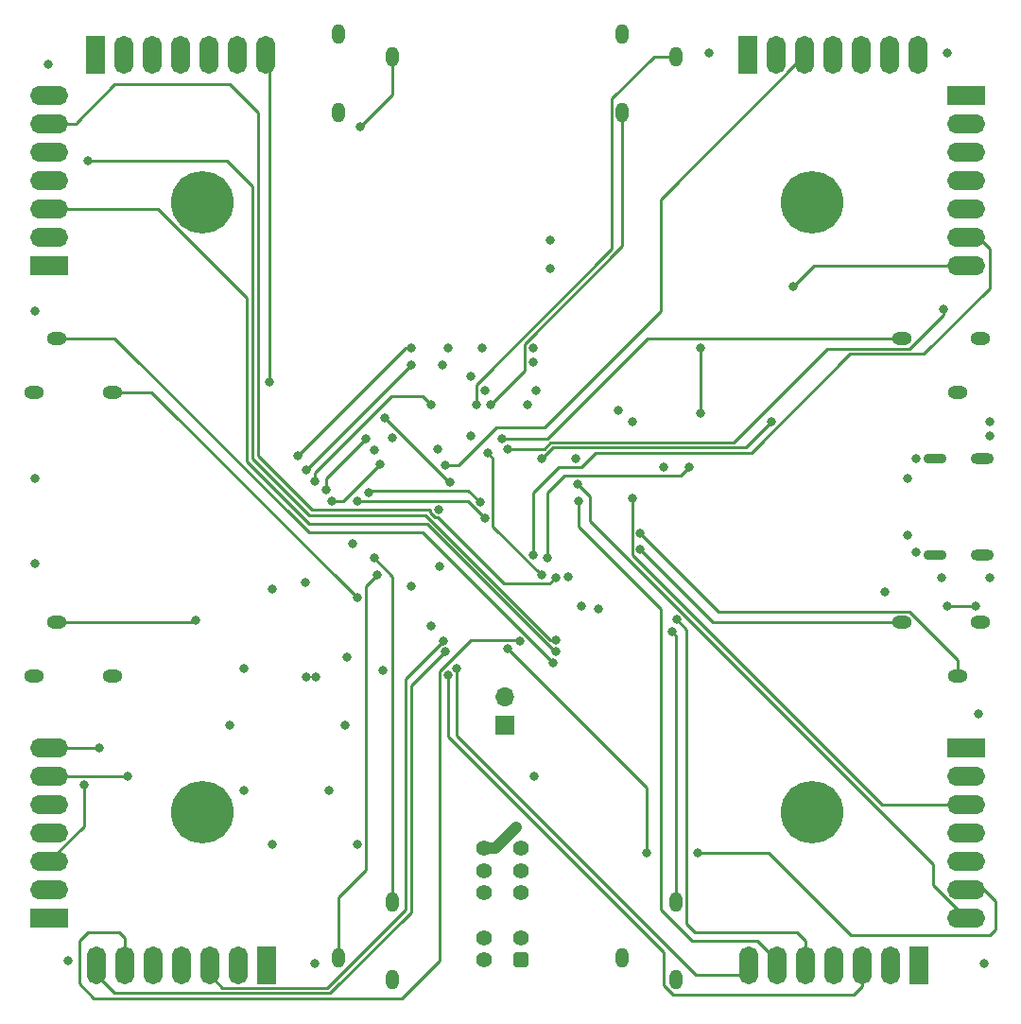
<source format=gbl>
G04 #@! TF.GenerationSoftware,KiCad,Pcbnew,6.0.9-8da3e8f707~117~ubuntu22.04.1*
G04 #@! TF.CreationDate,2022-12-03T17:44:34-08:00*
G04 #@! TF.ProjectId,ch348_octo_serial,63683334-385f-46f6-9374-6f5f73657269,rev?*
G04 #@! TF.SameCoordinates,Original*
G04 #@! TF.FileFunction,Copper,L4,Bot*
G04 #@! TF.FilePolarity,Positive*
%FSLAX46Y46*%
G04 Gerber Fmt 4.6, Leading zero omitted, Abs format (unit mm)*
G04 Created by KiCad (PCBNEW 6.0.9-8da3e8f707~117~ubuntu22.04.1) date 2022-12-03 17:44:34*
%MOMM*%
%LPD*%
G01*
G04 APERTURE LIST*
G04 Aperture macros list*
%AMRoundRect*
0 Rectangle with rounded corners*
0 $1 Rounding radius*
0 $2 $3 $4 $5 $6 $7 $8 $9 X,Y pos of 4 corners*
0 Add a 4 corners polygon primitive as box body*
4,1,4,$2,$3,$4,$5,$6,$7,$8,$9,$2,$3,0*
0 Add four circle primitives for the rounded corners*
1,1,$1+$1,$2,$3*
1,1,$1+$1,$4,$5*
1,1,$1+$1,$6,$7*
1,1,$1+$1,$8,$9*
0 Add four rect primitives between the rounded corners*
20,1,$1+$1,$2,$3,$4,$5,0*
20,1,$1+$1,$4,$5,$6,$7,0*
20,1,$1+$1,$6,$7,$8,$9,0*
20,1,$1+$1,$8,$9,$2,$3,0*%
G04 Aperture macros list end*
G04 #@! TA.AperFunction,ComponentPad*
%ADD10R,1.700000X3.400000*%
G04 #@! TD*
G04 #@! TA.AperFunction,ComponentPad*
%ADD11O,1.700000X3.400000*%
G04 #@! TD*
G04 #@! TA.AperFunction,ComponentPad*
%ADD12R,1.700000X1.700000*%
G04 #@! TD*
G04 #@! TA.AperFunction,ComponentPad*
%ADD13O,1.700000X1.700000*%
G04 #@! TD*
G04 #@! TA.AperFunction,ComponentPad*
%ADD14R,3.400000X1.700000*%
G04 #@! TD*
G04 #@! TA.AperFunction,ComponentPad*
%ADD15O,3.400000X1.700000*%
G04 #@! TD*
G04 #@! TA.AperFunction,ComponentPad*
%ADD16O,1.799996X1.199896*%
G04 #@! TD*
G04 #@! TA.AperFunction,ComponentPad*
%ADD17C,5.600000*%
G04 #@! TD*
G04 #@! TA.AperFunction,ComponentPad*
%ADD18O,1.199896X1.799996*%
G04 #@! TD*
G04 #@! TA.AperFunction,ComponentPad*
%ADD19RoundRect,0.350000X0.350000X-0.350000X0.350000X0.350000X-0.350000X0.350000X-0.350000X-0.350000X0*%
G04 #@! TD*
G04 #@! TA.AperFunction,ComponentPad*
%ADD20C,1.400000*%
G04 #@! TD*
G04 #@! TA.AperFunction,ComponentPad*
%ADD21O,2.100000X1.000000*%
G04 #@! TD*
G04 #@! TA.AperFunction,ComponentPad*
%ADD22O,2.100000X0.900000*%
G04 #@! TD*
G04 #@! TA.AperFunction,ViaPad*
%ADD23C,0.800000*%
G04 #@! TD*
G04 #@! TA.AperFunction,Conductor*
%ADD24C,1.000000*%
G04 #@! TD*
G04 #@! TA.AperFunction,Conductor*
%ADD25C,0.250000*%
G04 #@! TD*
G04 APERTURE END LIST*
D10*
G04 #@! TO.P,J12,1,Pin_1*
G04 #@! TO.N,GND*
X134615000Y-43325000D03*
D11*
G04 #@! TO.P,J12,2,Pin_2*
G04 #@! TO.N,Vdrive*
X137155000Y-43325000D03*
G04 #@! TO.P,J12,3,Pin_3*
G04 #@! TO.N,/Serial Connector 6/CTS*
X139695000Y-43325000D03*
G04 #@! TO.P,J12,4,Pin_4*
G04 #@! TO.N,/Serial Connector 6/TXD*
X142235000Y-43325000D03*
G04 #@! TO.P,J12,5,Pin_5*
G04 #@! TO.N,/Serial Connector 6/RXD*
X144775000Y-43325000D03*
G04 #@! TO.P,J12,6,Pin_6*
G04 #@! TO.N,/Serial Connector 6/DTR*
X147315000Y-43325000D03*
G04 #@! TO.P,J12,7,Pin_7*
G04 #@! TO.N,/Serial Connector 6/RTS*
X149855000Y-43325000D03*
G04 #@! TD*
D12*
G04 #@! TO.P,J6,1,Pin_1*
G04 #@! TO.N,Net-(C16-Pad1)*
X112776000Y-103383000D03*
D13*
G04 #@! TO.P,J6,2,Pin_2*
G04 #@! TO.N,GND*
X112776000Y-100843000D03*
G04 #@! TD*
D14*
G04 #@! TO.P,J16,1,Pin_1*
G04 #@! TO.N,GND*
X71970000Y-62230000D03*
D15*
G04 #@! TO.P,J16,2,Pin_2*
G04 #@! TO.N,Vdrive*
X71970000Y-59690000D03*
G04 #@! TO.P,J16,3,Pin_3*
G04 #@! TO.N,/Serial Connector 0/CTS*
X71970000Y-57150000D03*
G04 #@! TO.P,J16,4,Pin_4*
G04 #@! TO.N,/Serial Connector 0/TXD*
X71970000Y-54610000D03*
G04 #@! TO.P,J16,5,Pin_5*
G04 #@! TO.N,/Serial Connector 0/RXD*
X71970000Y-52070000D03*
G04 #@! TO.P,J16,6,Pin_6*
G04 #@! TO.N,/Serial Connector 0/DTR*
X71970000Y-49530000D03*
G04 #@! TO.P,J16,7,Pin_7*
G04 #@! TO.N,/Serial Connector 0/RTS*
X71970000Y-46990000D03*
G04 #@! TD*
D16*
G04 #@! TO.P,J15,2,RING*
G04 #@! TO.N,/Serial Connector 0/RXD*
X72680000Y-68720000D03*
G04 #@! TO.P,J15,3,SLEEVE*
G04 #@! TO.N,GND*
X70680000Y-73520000D03*
G04 #@! TO.P,J15,4,TIP*
G04 #@! TO.N,/Serial Connector 0/TXD*
X77680000Y-73520000D03*
G04 #@! TD*
D14*
G04 #@! TO.P,J8,1,Pin_1*
G04 #@! TO.N,GND*
X154090000Y-105410000D03*
D15*
G04 #@! TO.P,J8,2,Pin_2*
G04 #@! TO.N,Vdrive*
X154090000Y-107950000D03*
G04 #@! TO.P,J8,3,Pin_3*
G04 #@! TO.N,/Serial Connector 4/CTS*
X154090000Y-110490000D03*
G04 #@! TO.P,J8,4,Pin_4*
G04 #@! TO.N,/Serial Connector 4/TXD*
X154090000Y-113030000D03*
G04 #@! TO.P,J8,5,Pin_5*
G04 #@! TO.N,/Serial Connector 4/RXD*
X154090000Y-115570000D03*
G04 #@! TO.P,J8,6,Pin_6*
G04 #@! TO.N,/Serial Connector 4/DTR*
X154090000Y-118110000D03*
G04 #@! TO.P,J8,7,Pin_7*
G04 #@! TO.N,/Serial Connector 4/RTS*
X154090000Y-120650000D03*
G04 #@! TD*
D17*
G04 #@! TO.P,J2,1,Pin_1*
G04 #@! TO.N,unconnected-(J2-Pad1)*
X140320000Y-56530000D03*
G04 #@! TD*
D14*
G04 #@! TO.P,J10,1,Pin_1*
G04 #@! TO.N,GND*
X154090000Y-46990000D03*
D15*
G04 #@! TO.P,J10,2,Pin_2*
G04 #@! TO.N,Vdrive*
X154090000Y-49530000D03*
G04 #@! TO.P,J10,3,Pin_3*
G04 #@! TO.N,/Serial Connector 5/CTS*
X154090000Y-52070000D03*
G04 #@! TO.P,J10,4,Pin_4*
G04 #@! TO.N,/Serial Connector 5/TXD*
X154090000Y-54610000D03*
G04 #@! TO.P,J10,5,Pin_5*
G04 #@! TO.N,/Serial Connector 5/RXD*
X154090000Y-57150000D03*
G04 #@! TO.P,J10,6,Pin_6*
G04 #@! TO.N,/Serial Connector 5/DTR*
X154090000Y-59690000D03*
G04 #@! TO.P,J10,7,Pin_7*
G04 #@! TO.N,/Serial Connector 5/RTS*
X154090000Y-62230000D03*
G04 #@! TD*
D16*
G04 #@! TO.P,J9,2,RING*
G04 #@! TO.N,/Serial Connector 5/RXD*
X153380000Y-73520000D03*
G04 #@! TO.P,J9,3,SLEEVE*
G04 #@! TO.N,GND*
X155380000Y-68720000D03*
G04 #@! TO.P,J9,4,TIP*
G04 #@! TO.N,/Serial Connector 5/TXD*
X148380000Y-68720000D03*
G04 #@! TD*
D18*
G04 #@! TO.P,J21,2,RING*
G04 #@! TO.N,/Serial Connector 3/RXD*
X123330000Y-124170000D03*
G04 #@! TO.P,J21,3,SLEEVE*
G04 #@! TO.N,GND*
X128130000Y-126170000D03*
G04 #@! TO.P,J21,4,TIP*
G04 #@! TO.N,/Serial Connector 3/TXD*
X128130000Y-119170000D03*
G04 #@! TD*
D17*
G04 #@! TO.P,J3,1,Pin_1*
G04 #@! TO.N,unconnected-(J3-Pad1)*
X85740000Y-56530000D03*
G04 #@! TD*
D14*
G04 #@! TO.P,J18,1,Pin_1*
G04 #@! TO.N,GND*
X71970000Y-120650000D03*
D15*
G04 #@! TO.P,J18,2,Pin_2*
G04 #@! TO.N,Vdrive*
X71970000Y-118110000D03*
G04 #@! TO.P,J18,3,Pin_3*
G04 #@! TO.N,/Serial Connector 1/CTS*
X71970000Y-115570000D03*
G04 #@! TO.P,J18,4,Pin_4*
G04 #@! TO.N,/Serial Connector 1/TXD*
X71970000Y-113030000D03*
G04 #@! TO.P,J18,5,Pin_5*
G04 #@! TO.N,/Serial Connector 1/RXD*
X71970000Y-110490000D03*
G04 #@! TO.P,J18,6,Pin_6*
G04 #@! TO.N,/Serial Connector 1/DTR*
X71970000Y-107950000D03*
G04 #@! TO.P,J18,7,Pin_7*
G04 #@! TO.N,/Serial Connector 1/RTS*
X71970000Y-105410000D03*
G04 #@! TD*
D18*
G04 #@! TO.P,J11,2,RING*
G04 #@! TO.N,/Serial Connector 6/RXD*
X128130000Y-43470000D03*
G04 #@! TO.P,J11,3,SLEEVE*
G04 #@! TO.N,GND*
X123330000Y-41470000D03*
G04 #@! TO.P,J11,4,TIP*
G04 #@! TO.N,/Serial Connector 6/TXD*
X123330000Y-48470000D03*
G04 #@! TD*
D10*
G04 #@! TO.P,J14,1,Pin_1*
G04 #@! TO.N,GND*
X76195000Y-43325000D03*
D11*
G04 #@! TO.P,J14,2,Pin_2*
G04 #@! TO.N,Vdrive*
X78735000Y-43325000D03*
G04 #@! TO.P,J14,3,Pin_3*
G04 #@! TO.N,/Serial Connector 7/CTS*
X81275000Y-43325000D03*
G04 #@! TO.P,J14,4,Pin_4*
G04 #@! TO.N,/Serial Connector 7/TXD*
X83815000Y-43325000D03*
G04 #@! TO.P,J14,5,Pin_5*
G04 #@! TO.N,/Serial Connector 7/RXD*
X86355000Y-43325000D03*
G04 #@! TO.P,J14,6,Pin_6*
G04 #@! TO.N,/Serial Connector 7/DTR*
X88895000Y-43325000D03*
G04 #@! TO.P,J14,7,Pin_7*
G04 #@! TO.N,/Serial Connector 7/RTS*
X91435000Y-43325000D03*
G04 #@! TD*
D19*
G04 #@! TO.P,SW1,1,1*
G04 #@! TO.N,unconnected-(SW1-Pad1)*
X114287500Y-124380000D03*
D20*
G04 #@! TO.P,SW1,2,2*
G04 #@! TO.N,unconnected-(SW1-Pad2)*
X114287500Y-122380000D03*
G04 #@! TO.P,SW1,3,3*
G04 #@! TO.N,unconnected-(SW1-Pad3)*
X114287500Y-118380000D03*
G04 #@! TO.P,SW1,4,4*
G04 #@! TO.N,unconnected-(SW1-Pad4)*
X114287500Y-116380000D03*
G04 #@! TO.P,SW1,5,5*
G04 #@! TO.N,unconnected-(SW1-Pad5)*
X114287500Y-114380000D03*
G04 #@! TO.P,SW1,6,6*
G04 #@! TO.N,Net-(C16-Pad1)*
X110987500Y-124380000D03*
G04 #@! TO.P,SW1,7,7*
G04 #@! TO.N,+1V8*
X110987500Y-122380000D03*
G04 #@! TO.P,SW1,8,8*
G04 #@! TO.N,Vdrive*
X110987500Y-118380000D03*
G04 #@! TO.P,SW1,9,9*
G04 #@! TO.N,+2V5*
X110987500Y-116380000D03*
G04 #@! TO.P,SW1,10,10*
G04 #@! TO.N,+3.3V*
X110987500Y-114380000D03*
G04 #@! TD*
D18*
G04 #@! TO.P,J19,2,RING*
G04 #@! TO.N,/Serial Connector 2/RXD*
X97930000Y-124170000D03*
G04 #@! TO.P,J19,3,SLEEVE*
G04 #@! TO.N,GND*
X102730000Y-126170000D03*
G04 #@! TO.P,J19,4,TIP*
G04 #@! TO.N,/Serial Connector 2/TXD*
X102730000Y-119170000D03*
G04 #@! TD*
D10*
G04 #@! TO.P,J22,1,Pin_1*
G04 #@! TO.N,GND*
X149860000Y-124880000D03*
D11*
G04 #@! TO.P,J22,2,Pin_2*
G04 #@! TO.N,Vdrive*
X147320000Y-124880000D03*
G04 #@! TO.P,J22,3,Pin_3*
G04 #@! TO.N,/Serial Connector 3/CTS*
X144780000Y-124880000D03*
G04 #@! TO.P,J22,4,Pin_4*
G04 #@! TO.N,/Serial Connector 3/TXD*
X142240000Y-124880000D03*
G04 #@! TO.P,J22,5,Pin_5*
G04 #@! TO.N,/Serial Connector 3/RXD*
X139700000Y-124880000D03*
G04 #@! TO.P,J22,6,Pin_6*
G04 #@! TO.N,/Serial Connector 3/DTR*
X137160000Y-124880000D03*
G04 #@! TO.P,J22,7,Pin_7*
G04 #@! TO.N,/Serial Connector 3/RTS*
X134620000Y-124880000D03*
G04 #@! TD*
D21*
G04 #@! TO.P,J1,S1,SHIELD*
G04 #@! TO.N,GND*
X155540000Y-79500000D03*
X155540000Y-88140000D03*
D22*
X151360000Y-88140000D03*
X151360000Y-79500000D03*
G04 #@! TD*
D17*
G04 #@! TO.P,J4,1,Pin_1*
G04 #@! TO.N,unconnected-(J4-Pad1)*
X140320000Y-111110000D03*
G04 #@! TD*
G04 #@! TO.P,J5,1,Pin_1*
G04 #@! TO.N,unconnected-(J5-Pad1)*
X85740000Y-111110000D03*
G04 #@! TD*
D10*
G04 #@! TO.P,J20,1,Pin_1*
G04 #@! TO.N,GND*
X91440000Y-124880000D03*
D11*
G04 #@! TO.P,J20,2,Pin_2*
G04 #@! TO.N,Vdrive*
X88900000Y-124880000D03*
G04 #@! TO.P,J20,3,Pin_3*
G04 #@! TO.N,/Serial Connector 2/CTS*
X86360000Y-124880000D03*
G04 #@! TO.P,J20,4,Pin_4*
G04 #@! TO.N,/Serial Connector 2/TXD*
X83820000Y-124880000D03*
G04 #@! TO.P,J20,5,Pin_5*
G04 #@! TO.N,/Serial Connector 2/RXD*
X81280000Y-124880000D03*
G04 #@! TO.P,J20,6,Pin_6*
G04 #@! TO.N,/Serial Connector 2/DTR*
X78740000Y-124880000D03*
G04 #@! TO.P,J20,7,Pin_7*
G04 #@! TO.N,/Serial Connector 2/RTS*
X76200000Y-124880000D03*
G04 #@! TD*
D16*
G04 #@! TO.P,J17,2,RING*
G04 #@! TO.N,/Serial Connector 1/RXD*
X72680000Y-94120000D03*
G04 #@! TO.P,J17,3,SLEEVE*
G04 #@! TO.N,GND*
X70680000Y-98920000D03*
G04 #@! TO.P,J17,4,TIP*
G04 #@! TO.N,/Serial Connector 1/TXD*
X77680000Y-98920000D03*
G04 #@! TD*
D18*
G04 #@! TO.P,J13,2,RING*
G04 #@! TO.N,/Serial Connector 7/RXD*
X102730000Y-43470000D03*
G04 #@! TO.P,J13,3,SLEEVE*
G04 #@! TO.N,GND*
X97930000Y-41470000D03*
G04 #@! TO.P,J13,4,TIP*
G04 #@! TO.N,/Serial Connector 7/TXD*
X97930000Y-48470000D03*
G04 #@! TD*
D16*
G04 #@! TO.P,J7,2,RING*
G04 #@! TO.N,/Serial Connector 4/RXD*
X153380000Y-98920000D03*
G04 #@! TO.P,J7,3,SLEEVE*
G04 #@! TO.N,GND*
X155380000Y-94120000D03*
G04 #@! TO.P,J7,4,TIP*
G04 #@! TO.N,/Serial Connector 4/TXD*
X148380000Y-94120000D03*
G04 #@! TD*
D23*
G04 #@! TO.N,+5V*
X91948000Y-91186000D03*
X148844000Y-86360000D03*
X88138000Y-103378000D03*
X148844000Y-81280000D03*
X98493498Y-103378000D03*
G04 #@! TO.N,GND*
X91948000Y-114046000D03*
X115316000Y-70866000D03*
X99187000Y-87122000D03*
X124206000Y-76200000D03*
X156247500Y-90165701D03*
X73660000Y-124460000D03*
X155194000Y-102362000D03*
X104394000Y-90932000D03*
X94913502Y-90551000D03*
X116840000Y-59944000D03*
X106822380Y-78636979D03*
X70695500Y-81280000D03*
X95758000Y-124714000D03*
X101092000Y-78740000D03*
X89408000Y-98298000D03*
X121158000Y-92964000D03*
X156247500Y-77470000D03*
X110742093Y-69594093D03*
X99568000Y-114046000D03*
X131064000Y-43180000D03*
X116840000Y-62484000D03*
X71882000Y-44196000D03*
X149606000Y-79502000D03*
X107696000Y-69596000D03*
X152400000Y-43180000D03*
X127000000Y-80264000D03*
X119126000Y-79502000D03*
X114808000Y-74676000D03*
X115316000Y-69596000D03*
X155702000Y-124714000D03*
X106853667Y-84036500D03*
X95885000Y-99060000D03*
X118467047Y-90027646D03*
X101934000Y-98484933D03*
X70695500Y-88900000D03*
X115443000Y-107950000D03*
X109728000Y-77470000D03*
X151892000Y-90170000D03*
X106934000Y-89154000D03*
X70739000Y-66294000D03*
X94996000Y-99060000D03*
X149606000Y-87884000D03*
G04 #@! TO.N,+3.3V*
X154940000Y-92710000D03*
X98679000Y-97282000D03*
X146812000Y-91440000D03*
X156210000Y-76200000D03*
X152400000Y-92710000D03*
X110998000Y-73406000D03*
X113792000Y-112522000D03*
X102719021Y-77581620D03*
X115570000Y-73406000D03*
X119634000Y-92710000D03*
G04 #@! TO.N,+2V5*
X89408000Y-109220000D03*
G04 #@! TO.N,+1V8*
X97028000Y-109220000D03*
G04 #@! TO.N,Vdrive*
X122936000Y-75184000D03*
X106172000Y-94488000D03*
X107188000Y-71120000D03*
X109728000Y-72136000D03*
G04 #@! TO.N,/Serial Connector 4/RXD*
X124930500Y-86186333D03*
G04 #@! TO.N,/Serial Connector 4/TXD*
X124941139Y-87594541D03*
G04 #@! TO.N,/Serial Connector 4/CTS*
X124206000Y-83058000D03*
G04 #@! TO.N,/Serial Connector 4/DTR*
X130048000Y-114808000D03*
X113030000Y-96520000D03*
X125476000Y-114808000D03*
G04 #@! TO.N,/Serial Connector 4/RTS*
X119305500Y-81788000D03*
G04 #@! TO.N,/Serial Connector 5/RXD*
X152065000Y-66121000D03*
X113064915Y-78595500D03*
G04 #@! TO.N,/Serial Connector 5/TXD*
X112522000Y-77724000D03*
G04 #@! TO.N,/Serial Connector 5/DTR*
X115320299Y-88133701D03*
G04 #@! TO.N,/Serial Connector 5/RTS*
X138640196Y-64060403D03*
G04 #@! TO.N,/Serial Connector 6/RXD*
X110236000Y-74676000D03*
G04 #@! TO.N,/Serial Connector 6/TXD*
X111506000Y-74676000D03*
G04 #@! TO.N,/Serial Connector 6/CTS*
X107442000Y-80095500D03*
G04 #@! TO.N,/Serial Connector 6/DTR*
X130302000Y-69596000D03*
X116586000Y-88392000D03*
X129286000Y-80264000D03*
X130302000Y-75438000D03*
G04 #@! TO.N,/Serial Connector 7/RXD*
X107899957Y-81629999D03*
X102024500Y-75851306D03*
X99822000Y-49784000D03*
G04 #@! TO.N,/Serial Connector 7/DTR*
X111252000Y-78994000D03*
X116082299Y-89920299D03*
G04 #@! TO.N,/Serial Connector 7/RTS*
X91694000Y-72644000D03*
G04 #@! TO.N,/Serial Connector 0/RXD*
X117094000Y-97790000D03*
G04 #@! TO.N,/Serial Connector 0/TXD*
X99568000Y-91948000D03*
G04 #@! TO.N,/Serial Connector 0/CTS*
X117352299Y-96769701D03*
G04 #@! TO.N,/Serial Connector 0/DTR*
X117358196Y-90144825D03*
G04 #@! TO.N,/Serial Connector 0/RTS*
X75438000Y-52832000D03*
X117356598Y-95749402D03*
G04 #@! TO.N,/Serial Connector 1/RXD*
X100330000Y-77724000D03*
X96774000Y-82296000D03*
X85090000Y-93980000D03*
G04 #@! TO.N,/Serial Connector 1/TXD*
X95758000Y-81534000D03*
X106172000Y-74676000D03*
G04 #@! TO.N,/Serial Connector 1/CTS*
X104394000Y-69596000D03*
X75103667Y-108674500D03*
X94234000Y-79248000D03*
G04 #@! TO.N,/Serial Connector 1/DTR*
X78994000Y-107950000D03*
X101600000Y-80010000D03*
X97282000Y-83312000D03*
G04 #@! TO.N,/Serial Connector 1/RTS*
X94996000Y-80518000D03*
X76454000Y-105410000D03*
X104394000Y-71120000D03*
G04 #@! TO.N,/Serial Connector 2/RXD*
X101346000Y-89916000D03*
G04 #@! TO.N,/Serial Connector 2/TXD*
X101092000Y-88392000D03*
G04 #@! TO.N,/Serial Connector 2/CTS*
X107304722Y-95783970D03*
G04 #@! TO.N,/Serial Connector 2/DTR*
X114133698Y-95854296D03*
G04 #@! TO.N,/Serial Connector 2/RTS*
X107442000Y-96774000D03*
G04 #@! TO.N,/Serial Connector 3/RXD*
X128188823Y-93907421D03*
G04 #@! TO.N,/Serial Connector 3/TXD*
X127762000Y-94996000D03*
G04 #@! TO.N,/Serial Connector 3/CTS*
X107696000Y-98843500D03*
G04 #@! TO.N,/Serial Connector 3/DTR*
X119380000Y-83312000D03*
G04 #@! TO.N,/Serial Connector 3/RTS*
X108508716Y-98261694D03*
G04 #@! TO.N,/ACT*
X136652000Y-76200000D03*
X116078000Y-79502000D03*
G04 #@! TO.N,/RX_S*
X110601620Y-83415021D03*
X100584000Y-82550000D03*
G04 #@! TO.N,/TX_S*
X99568000Y-83312000D03*
X110998000Y-84836000D03*
G04 #@! TD*
D24*
G04 #@! TO.N,+3.3V*
X110987500Y-114380000D02*
X111934000Y-114380000D01*
X111934000Y-114380000D02*
X113792000Y-112522000D01*
D25*
X152400000Y-92710000D02*
X154940000Y-92710000D01*
G04 #@! TO.N,/Serial Connector 4/RXD*
X131939219Y-93195052D02*
X124930500Y-86186333D01*
X153380000Y-98920000D02*
X153380000Y-97511876D01*
X149063176Y-93195052D02*
X131939219Y-93195052D01*
X153380000Y-97511876D02*
X149063176Y-93195052D01*
G04 #@! TO.N,/Serial Connector 4/TXD*
X148380000Y-94120000D02*
X131466598Y-94120000D01*
X131466598Y-94120000D02*
X124941139Y-87594541D01*
G04 #@! TO.N,/Serial Connector 4/CTS*
X124206000Y-83058000D02*
X124206000Y-88138000D01*
X146558000Y-110490000D02*
X154940000Y-110490000D01*
X124206000Y-88138000D02*
X146558000Y-110490000D01*
G04 #@! TO.N,/Serial Connector 4/DTR*
X136398000Y-114808000D02*
X143764000Y-122174000D01*
X155702000Y-118110000D02*
X154940000Y-118110000D01*
X130048000Y-114808000D02*
X136398000Y-114808000D01*
X156718000Y-119126000D02*
X155702000Y-118110000D01*
X156718000Y-121666000D02*
X156718000Y-119126000D01*
X125476000Y-108966000D02*
X125476000Y-114808000D01*
X143764000Y-122174000D02*
X156210000Y-122174000D01*
X113030000Y-96520000D02*
X125476000Y-108966000D01*
X156210000Y-122174000D02*
X156718000Y-121666000D01*
G04 #@! TO.N,/Serial Connector 4/RTS*
X151130000Y-117661701D02*
X151130000Y-115824000D01*
X120396000Y-82878500D02*
X119305500Y-81788000D01*
X151130000Y-115824000D02*
X120396000Y-85090000D01*
X120396000Y-85090000D02*
X120396000Y-82878500D01*
X154118299Y-120650000D02*
X151130000Y-117661701D01*
G04 #@! TO.N,/Serial Connector 5/RXD*
X116907811Y-78036499D02*
X116348810Y-78595500D01*
X141673740Y-69644948D02*
X133282189Y-78036499D01*
X149063176Y-69644948D02*
X141673740Y-69644948D01*
X152065000Y-66121000D02*
X152065000Y-66643124D01*
X133282189Y-78036499D02*
X116907811Y-78036499D01*
X152065000Y-66643124D02*
X149063176Y-69644948D01*
X116348810Y-78595500D02*
X113064915Y-78595500D01*
G04 #@! TO.N,/Serial Connector 5/TXD*
X112522000Y-77724000D02*
X116584620Y-77724000D01*
X116584620Y-77724000D02*
X125588620Y-68720000D01*
X125588620Y-68720000D02*
X148380000Y-68720000D01*
G04 #@! TO.N,/Serial Connector 5/DTR*
X156210000Y-64262000D02*
X150352001Y-70119999D01*
X155194000Y-59690000D02*
X156210000Y-60706000D01*
X143756599Y-70119999D02*
X134882598Y-78994000D01*
X115320299Y-82545701D02*
X115320299Y-88133701D01*
X119634000Y-80264000D02*
X117602000Y-80264000D01*
X156210000Y-60706000D02*
X156210000Y-64262000D01*
X120904000Y-78994000D02*
X119634000Y-80264000D01*
X134882598Y-78994000D02*
X120904000Y-78994000D01*
X117602000Y-80264000D02*
X115320299Y-82545701D01*
X150352001Y-70119999D02*
X143756599Y-70119999D01*
G04 #@! TO.N,/Serial Connector 5/RTS*
X154940000Y-62230000D02*
X140470599Y-62230000D01*
X140470599Y-62230000D02*
X138640196Y-64060403D01*
G04 #@! TO.N,/Serial Connector 6/RXD*
X110236000Y-72898000D02*
X110236000Y-74676000D01*
X122405052Y-60728948D02*
X110236000Y-72898000D01*
X122405052Y-47221052D02*
X122405052Y-60728948D01*
X126156104Y-43470000D02*
X122405052Y-47221052D01*
X128130000Y-43470000D02*
X126156104Y-43470000D01*
G04 #@! TO.N,/Serial Connector 6/TXD*
X111506000Y-74676000D02*
X114554000Y-71628000D01*
X114554000Y-71628000D02*
X114554000Y-69215690D01*
X114554000Y-69215690D02*
X123330000Y-60439690D01*
X123330000Y-60439690D02*
X123330000Y-48470000D01*
G04 #@! TO.N,/Serial Connector 6/CTS*
X126746000Y-56245701D02*
X126746000Y-66294000D01*
X112014000Y-76708000D02*
X108626500Y-80095500D01*
X108626500Y-80095500D02*
X107442000Y-80095500D01*
X116332000Y-76708000D02*
X112014000Y-76708000D01*
X126746000Y-66294000D02*
X116332000Y-76708000D01*
X139695000Y-43296701D02*
X126746000Y-56245701D01*
G04 #@! TO.N,/Serial Connector 6/DTR*
X130302000Y-69596000D02*
X130302000Y-75438000D01*
X129286000Y-80264000D02*
X128524000Y-81026000D01*
X118110000Y-81026000D02*
X128524000Y-81026000D01*
X116586000Y-82550000D02*
X116586000Y-88392000D01*
X118110000Y-81026000D02*
X116586000Y-82550000D01*
G04 #@! TO.N,/Serial Connector 7/RXD*
X102024500Y-75862500D02*
X107791999Y-81629999D01*
X102024500Y-75851306D02*
X102024500Y-75862500D01*
X107791999Y-81629999D02*
X107899957Y-81629999D01*
X99822000Y-49784000D02*
X102730000Y-46876000D01*
X102730000Y-46876000D02*
X102730000Y-43470000D01*
G04 #@! TO.N,/Serial Connector 7/DTR*
X111722500Y-79464500D02*
X111722500Y-85560500D01*
X111252000Y-78994000D02*
X111722500Y-79464500D01*
X111722500Y-85560500D02*
X116082299Y-89920299D01*
G04 #@! TO.N,/Serial Connector 7/RTS*
X91694000Y-72644000D02*
X91694000Y-42734000D01*
G04 #@! TO.N,/Serial Connector 0/RXD*
X105410000Y-86106000D02*
X95250000Y-86106000D01*
X95250000Y-86106000D02*
X77864000Y-68720000D01*
X77864000Y-68720000D02*
X72680000Y-68720000D01*
X117094000Y-97790000D02*
X105410000Y-86106000D01*
G04 #@! TO.N,/Serial Connector 0/TXD*
X99568000Y-91948000D02*
X81140000Y-73520000D01*
X81140000Y-73520000D02*
X77680000Y-73520000D01*
G04 #@! TO.N,/Serial Connector 0/CTS*
X89662000Y-79756000D02*
X95250000Y-85344000D01*
X81763805Y-57150000D02*
X89662000Y-65048195D01*
X71120000Y-57150000D02*
X81763805Y-57150000D01*
X95250000Y-85344000D02*
X105865189Y-85344000D01*
X89662000Y-65048195D02*
X89662000Y-79756000D01*
X117290890Y-96769701D02*
X117352299Y-96769701D01*
X105865189Y-85344000D02*
X117290890Y-96769701D01*
G04 #@! TO.N,/Serial Connector 0/DTR*
X88138000Y-45974000D02*
X77876582Y-45974000D01*
X106120569Y-84074000D02*
X95504000Y-84074000D01*
X95504000Y-84074000D02*
X90678000Y-79248000D01*
X112724569Y-90678000D02*
X106807569Y-84761000D01*
X90678000Y-48514000D02*
X88138000Y-45974000D01*
X74422000Y-49428582D02*
X74422000Y-49530000D01*
X77876582Y-45974000D02*
X74422000Y-49428582D01*
X106553569Y-84761000D02*
X106129167Y-84336598D01*
X106807569Y-84761000D02*
X106553569Y-84761000D01*
X106129167Y-84336598D02*
X106129167Y-84082598D01*
X106129167Y-84082598D02*
X106120569Y-84074000D01*
X90678000Y-79248000D02*
X90678000Y-48514000D01*
X117358196Y-90144825D02*
X116825021Y-90678000D01*
X116825021Y-90678000D02*
X112724569Y-90678000D01*
X74422000Y-49530000D02*
X71120000Y-49530000D01*
G04 #@! TO.N,/Serial Connector 0/RTS*
X117356598Y-95749402D02*
X116906281Y-95749402D01*
X105738879Y-84582000D02*
X95250000Y-84582000D01*
X116906281Y-95749402D02*
X105738879Y-84582000D01*
X90170000Y-79502000D02*
X90170000Y-55118000D01*
X90170000Y-55118000D02*
X87884000Y-52832000D01*
X87884000Y-52832000D02*
X75438000Y-52832000D01*
X95250000Y-84582000D02*
X90170000Y-79502000D01*
G04 #@! TO.N,/Serial Connector 1/RXD*
X100330000Y-77724000D02*
X96774000Y-81280000D01*
X96774000Y-81280000D02*
X96774000Y-82296000D01*
X85090000Y-93980000D02*
X84950000Y-94120000D01*
X84950000Y-94120000D02*
X72680000Y-94120000D01*
G04 #@! TO.N,/Serial Connector 1/TXD*
X106172000Y-74676000D02*
X105410000Y-73914000D01*
X105410000Y-73914000D02*
X102616000Y-73914000D01*
X95758000Y-80772000D02*
X95758000Y-81534000D01*
X102616000Y-73914000D02*
X95758000Y-80772000D01*
G04 #@! TO.N,/Serial Connector 1/CTS*
X103886000Y-69596000D02*
X94234000Y-79248000D01*
X75103667Y-112408034D02*
X75103667Y-108674500D01*
X71941701Y-115570000D02*
X75103667Y-112408034D01*
X104394000Y-69596000D02*
X103886000Y-69596000D01*
G04 #@! TO.N,/Serial Connector 1/DTR*
X78994000Y-107950000D02*
X71120000Y-107950000D01*
X98298000Y-83312000D02*
X97282000Y-83312000D01*
X101600000Y-80010000D02*
X98298000Y-83312000D01*
G04 #@! TO.N,/Serial Connector 1/RTS*
X76454000Y-105410000D02*
X71120000Y-105410000D01*
X104394000Y-71120000D02*
X94996000Y-80518000D01*
G04 #@! TO.N,/Serial Connector 2/RXD*
X101346000Y-89916000D02*
X100330000Y-90932000D01*
X97930000Y-118732000D02*
X97930000Y-124170000D01*
X100330000Y-90932000D02*
X100330000Y-116332000D01*
X100330000Y-116332000D02*
X97930000Y-118732000D01*
G04 #@! TO.N,/Serial Connector 2/TXD*
X101092000Y-88392000D02*
X102730000Y-90030000D01*
X102730000Y-90030000D02*
X102730000Y-119170000D01*
G04 #@! TO.N,/Serial Connector 2/CTS*
X87535000Y-126905000D02*
X96869000Y-126905000D01*
X86360000Y-125730000D02*
X87535000Y-126905000D01*
X96869000Y-126905000D02*
X103886000Y-119888000D01*
X103886000Y-119888000D02*
X103886000Y-99202692D01*
X103886000Y-99202692D02*
X107304722Y-95783970D01*
G04 #@! TO.N,/Serial Connector 2/DTR*
X75438000Y-121920000D02*
X74676000Y-122682000D01*
X109756902Y-95758000D02*
X114037402Y-95758000D01*
X74676000Y-126492000D02*
X75988002Y-127804002D01*
X75988002Y-127804002D02*
X103589998Y-127804002D01*
X78740000Y-122428000D02*
X78232000Y-121920000D01*
X74676000Y-122682000D02*
X74676000Y-126492000D01*
X78740000Y-125730000D02*
X78740000Y-122428000D01*
X103589998Y-127804002D02*
X106971500Y-124422500D01*
X78232000Y-121920000D02*
X75438000Y-121920000D01*
X106971500Y-98543402D02*
X109756902Y-95758000D01*
X106971500Y-124422500D02*
X106971500Y-98543402D01*
X114037402Y-95758000D02*
X114133698Y-95854296D01*
G04 #@! TO.N,/Serial Connector 2/RTS*
X107442000Y-96774000D02*
X104452499Y-99763501D01*
X77824501Y-127354501D02*
X76200000Y-125730000D01*
X104452499Y-120083501D02*
X97181499Y-127354501D01*
X97181499Y-127354501D02*
X77824501Y-127354501D01*
X104452499Y-99763501D02*
X104452499Y-120083501D01*
G04 #@! TO.N,/Serial Connector 3/RXD*
X138938000Y-121920000D02*
X129794000Y-121920000D01*
X129054948Y-121180948D02*
X129054948Y-94773546D01*
X139700000Y-122682000D02*
X138938000Y-121920000D01*
X139700000Y-125730000D02*
X139700000Y-122682000D01*
X129794000Y-121920000D02*
X129054948Y-121180948D01*
X129054948Y-94773546D02*
X128188823Y-93907421D01*
G04 #@! TO.N,/Serial Connector 3/TXD*
X127762000Y-94996000D02*
X128130000Y-95364000D01*
X128130000Y-95364000D02*
X128130000Y-119170000D01*
G04 #@! TO.N,/Serial Connector 3/CTS*
X127000000Y-126648124D02*
X127000000Y-123698000D01*
X127000000Y-123698000D02*
X107696000Y-104394000D01*
X144780000Y-126746000D02*
X144018000Y-127508000D01*
X107696000Y-104394000D02*
X107696000Y-98843500D01*
X144018000Y-127508000D02*
X127859876Y-127508000D01*
X127859876Y-127508000D02*
X127000000Y-126648124D01*
X144780000Y-125730000D02*
X144780000Y-126746000D01*
G04 #@! TO.N,/Serial Connector 3/DTR*
X119380000Y-85598000D02*
X119380000Y-83312000D01*
X126746000Y-92964000D02*
X119380000Y-85598000D01*
X129540000Y-122682000D02*
X126746000Y-119888000D01*
X135382000Y-122682000D02*
X129540000Y-122682000D01*
X137160000Y-124460000D02*
X135382000Y-122682000D01*
X126746000Y-119888000D02*
X126746000Y-92964000D01*
G04 #@! TO.N,/Serial Connector 3/RTS*
X108458000Y-98312410D02*
X108508716Y-98261694D01*
X134620000Y-125730000D02*
X129875784Y-125730000D01*
X129875784Y-125730000D02*
X108458000Y-104312216D01*
X108458000Y-104312216D02*
X108458000Y-98312410D01*
G04 #@! TO.N,/ACT*
X134366000Y-78486000D02*
X136652000Y-76200000D01*
X116078000Y-79502000D02*
X117094000Y-78486000D01*
X117094000Y-78486000D02*
X134366000Y-78486000D01*
G04 #@! TO.N,/RX_S*
X100584000Y-82550000D02*
X100779501Y-82354499D01*
X100779501Y-82354499D02*
X109541098Y-82354499D01*
X109541098Y-82354499D02*
X110601620Y-83415021D01*
G04 #@! TO.N,/TX_S*
X109474000Y-83312000D02*
X99568000Y-83312000D01*
X110998000Y-84836000D02*
X109474000Y-83312000D01*
G04 #@! TD*
M02*

</source>
